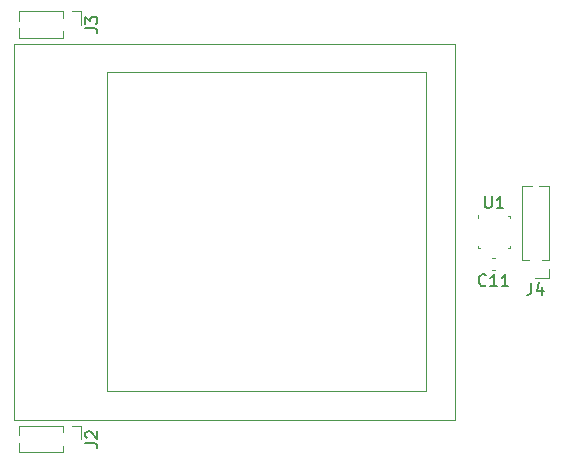
<source format=gto>
%TF.GenerationSoftware,KiCad,Pcbnew,(5.1.8)-1*%
%TF.CreationDate,2021-05-19T16:55:57+03:00*%
%TF.ProjectId,eInk_DS18B20,65496e6b-5f44-4533-9138-4232302e6b69,rev?*%
%TF.SameCoordinates,Original*%
%TF.FileFunction,Legend,Top*%
%TF.FilePolarity,Positive*%
%FSLAX46Y46*%
G04 Gerber Fmt 4.6, Leading zero omitted, Abs format (unit mm)*
G04 Created by KiCad (PCBNEW (5.1.8)-1) date 2021-05-19 16:55:57*
%MOMM*%
%LPD*%
G01*
G04 APERTURE LIST*
%ADD10C,0.120000*%
%ADD11C,0.100000*%
%ADD12C,0.150000*%
G04 APERTURE END LIST*
D10*
X103403400Y-90347800D02*
X103403400Y-63322200D01*
X76403200Y-90347800D02*
X103403400Y-90347800D01*
X76403200Y-63322200D02*
X76403200Y-90347800D01*
X103403400Y-63322200D02*
X76403200Y-63322200D01*
D11*
X68503800Y-92735400D02*
X68503800Y-60934600D01*
X105816400Y-92735400D02*
X68503800Y-92735400D01*
X105816400Y-60934600D02*
X105816400Y-92735400D01*
X68503800Y-60934600D02*
X105816400Y-60934600D01*
D10*
%TO.C,J2*%
X74166000Y-93276400D02*
X74166000Y-94386400D01*
X73406000Y-93276400D02*
X74166000Y-93276400D01*
X72646000Y-94949871D02*
X72646000Y-95496400D01*
X72646000Y-93276400D02*
X72646000Y-93822929D01*
X72646000Y-95496400D02*
X68901000Y-95496400D01*
X72646000Y-93276400D02*
X68901000Y-93276400D01*
X68901000Y-94693930D02*
X68901000Y-95496400D01*
X68901000Y-93276400D02*
X68901000Y-94078870D01*
%TO.C,J3*%
X68901000Y-58173600D02*
X68901000Y-58976070D01*
X68901000Y-59591130D02*
X68901000Y-60393600D01*
X72646000Y-58173600D02*
X68901000Y-58173600D01*
X72646000Y-60393600D02*
X68901000Y-60393600D01*
X72646000Y-58173600D02*
X72646000Y-58720129D01*
X72646000Y-59847071D02*
X72646000Y-60393600D01*
X73406000Y-58173600D02*
X74166000Y-58173600D01*
X74166000Y-58173600D02*
X74166000Y-59283600D01*
%TO.C,C11*%
X109245980Y-80062800D02*
X108964820Y-80062800D01*
X109245980Y-79042800D02*
X108964820Y-79042800D01*
%TO.C,J4*%
X113759000Y-72965000D02*
X112956530Y-72965000D01*
X112341470Y-72965000D02*
X111539000Y-72965000D01*
X113759000Y-79250000D02*
X113759000Y-72965000D01*
X111539000Y-79250000D02*
X111539000Y-72965000D01*
X113759000Y-79250000D02*
X113212471Y-79250000D01*
X112085529Y-79250000D02*
X111539000Y-79250000D01*
X113759000Y-80010000D02*
X113759000Y-80770000D01*
X113759000Y-80770000D02*
X112649000Y-80770000D01*
D11*
%TO.C,U1*%
X107768400Y-78195000D02*
X107918400Y-78195000D01*
X107768400Y-78185000D02*
X107768400Y-78035000D01*
X110468400Y-78185000D02*
X110468400Y-78035000D01*
X110468400Y-78185000D02*
X110318400Y-78185000D01*
X110318400Y-75485000D02*
X110468400Y-75485000D01*
X110468400Y-75485000D02*
X110468400Y-75635000D01*
X107768400Y-75635000D02*
X107768400Y-75385000D01*
%TO.C,J2*%
D12*
X74553380Y-94719733D02*
X75267666Y-94719733D01*
X75410523Y-94767352D01*
X75505761Y-94862590D01*
X75553380Y-95005447D01*
X75553380Y-95100685D01*
X74648619Y-94291161D02*
X74601000Y-94243542D01*
X74553380Y-94148304D01*
X74553380Y-93910209D01*
X74601000Y-93814971D01*
X74648619Y-93767352D01*
X74743857Y-93719733D01*
X74839095Y-93719733D01*
X74981952Y-93767352D01*
X75553380Y-94338780D01*
X75553380Y-93719733D01*
%TO.C,J3*%
X74553380Y-59616933D02*
X75267666Y-59616933D01*
X75410523Y-59664552D01*
X75505761Y-59759790D01*
X75553380Y-59902647D01*
X75553380Y-59997885D01*
X74553380Y-59235980D02*
X74553380Y-58616933D01*
X74934333Y-58950266D01*
X74934333Y-58807409D01*
X74981952Y-58712171D01*
X75029571Y-58664552D01*
X75124809Y-58616933D01*
X75362904Y-58616933D01*
X75458142Y-58664552D01*
X75505761Y-58712171D01*
X75553380Y-58807409D01*
X75553380Y-59093123D01*
X75505761Y-59188361D01*
X75458142Y-59235980D01*
%TO.C,C11*%
X108462542Y-81339942D02*
X108414923Y-81387561D01*
X108272066Y-81435180D01*
X108176828Y-81435180D01*
X108033971Y-81387561D01*
X107938733Y-81292323D01*
X107891114Y-81197085D01*
X107843495Y-81006609D01*
X107843495Y-80863752D01*
X107891114Y-80673276D01*
X107938733Y-80578038D01*
X108033971Y-80482800D01*
X108176828Y-80435180D01*
X108272066Y-80435180D01*
X108414923Y-80482800D01*
X108462542Y-80530419D01*
X109414923Y-81435180D02*
X108843495Y-81435180D01*
X109129209Y-81435180D02*
X109129209Y-80435180D01*
X109033971Y-80578038D01*
X108938733Y-80673276D01*
X108843495Y-80720895D01*
X110367304Y-81435180D02*
X109795876Y-81435180D01*
X110081590Y-81435180D02*
X110081590Y-80435180D01*
X109986352Y-80578038D01*
X109891114Y-80673276D01*
X109795876Y-80720895D01*
%TO.C,J4*%
X112315666Y-81157380D02*
X112315666Y-81871666D01*
X112268047Y-82014523D01*
X112172809Y-82109761D01*
X112029952Y-82157380D01*
X111934714Y-82157380D01*
X113220428Y-81490714D02*
X113220428Y-82157380D01*
X112982333Y-81109761D02*
X112744238Y-81824047D01*
X113363285Y-81824047D01*
%TO.C,U1*%
X108371495Y-73822380D02*
X108371495Y-74631904D01*
X108419114Y-74727142D01*
X108466733Y-74774761D01*
X108561971Y-74822380D01*
X108752447Y-74822380D01*
X108847685Y-74774761D01*
X108895304Y-74727142D01*
X108942923Y-74631904D01*
X108942923Y-73822380D01*
X109942923Y-74822380D02*
X109371495Y-74822380D01*
X109657209Y-74822380D02*
X109657209Y-73822380D01*
X109561971Y-73965238D01*
X109466733Y-74060476D01*
X109371495Y-74108095D01*
%TD*%
M02*

</source>
